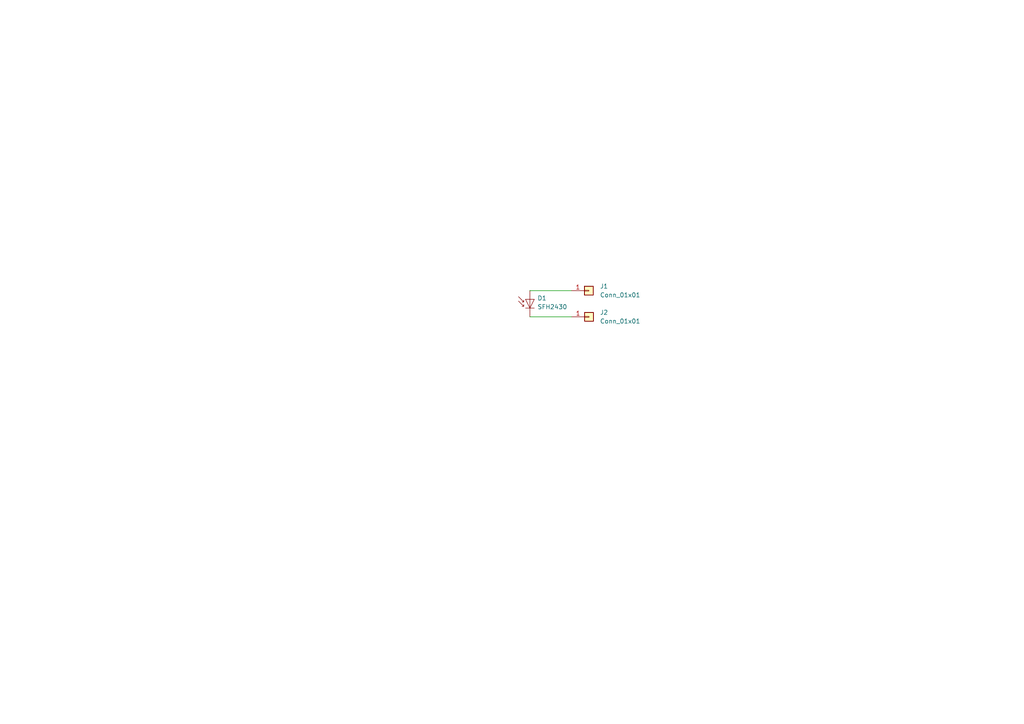
<source format=kicad_sch>
(kicad_sch (version 20230121) (generator eeschema)
  (paper "A4")
  (lib_symbols
    (symbol "Connector_Generic:Conn_01x01" (pin_names (offset 1.016) hide)
      (property "Reference" "J" (at 0 2.54 0))
      (property "Value" "Conn_01x01" (at 0 -2.54 0))
      (symbol "Conn_01x01_1_1"
        (rectangle (start -1.27 0.127) (end 0 -0.127) (stroke (width 0.1524)))
        (rectangle (start -1.27 1.27) (end 1.27 -1.27) (stroke (width 0.254)) (fill (type background)))
        (pin passive line (at -5.08 0 0) (length 3.81) (name "Pin_1") (number "1"))
      )
    )
    (symbol "Sensor_Optical:SFH2430" (pin_numbers hide) (pin_names (offset 1.016) hide)
      (property "Reference" "D" (at 0.508 1.778 0))
      (property "Value" "SFH2430" (at -1.016 -2.794 0))
      (symbol "SFH2430_0_1"
        (polyline (pts (xy -2.54 1.27) (xy -2.54 -1.27)) (stroke (width 0.1524)))
        (polyline (pts (xy -2.032 1.778) (xy -1.524 1.778)))
        (polyline (pts (xy 0 -1.27) (xy 0 1.27)))
        (polyline (pts (xy 0 0) (xy -2.54 0)))
        (polyline (pts (xy -0.508 3.302) (xy -2.032 1.778) (xy -2.032 2.286)))
        (polyline (pts (xy 0 1.27) (xy -2.54 0) (xy 0 -1.27)))
        (polyline (pts (xy 0.762 3.302) (xy -0.762 1.778) (xy -0.762 2.286) (xy -0.762 1.778) (xy -0.254 1.778)))
      )
      (symbol "SFH2430_1_1"
        (pin passive line (at -5.08 0 0) (length 2.54) (name "K") (number "1"))
        (pin passive line (at 2.54 0 180) (length 2.54) (name "A") (number "2"))
      )
    )
  )
  (wire (pts (xy 165.7604 91.8972) (xy 153.6954 91.8972)))
  (wire (pts (xy 153.6954 84.3026) (xy 165.7096 84.3026)))
  (wire (pts (xy 153.6954 84.2772) (xy 153.6954 84.3026)))
  (symbol (lib_id "Connector_Generic:Conn_01x01") (at 170.8404 91.8972 0) (unit 1)
    (property "Reference" "J2" (at 173.99 90.6272 0) (effects (justify left)))
    (property "Value" "Conn_01x01" (at 173.99 93.1672 0) (effects (justify left)))
    (property "Footprint" "adcs:castellated_05mm" (effects hide))
  )
  (symbol (lib_id "Sensor_Optical:SFH2430") (at 153.6954 86.8172 90) (unit 1)
    (property "Reference" "D1" (at 155.8544 86.4743 90) (effects (justify right)))
    (property "Value" "SFH2430" (at 155.8544 89.0143 90) (effects (justify right)))
    (property "Footprint" "OptoDevice:Osram_SFH2430" (effects hide))
    (property "Datasheet" "https://dammedia.osram.info/media/resource/hires/osram-dam-5467144/SFH%202430_EN.pdf" (effects hide))
  )
  (symbol (lib_id "Connector_Generic:Conn_01x01") (at 170.7896 84.3026 0) (unit 1)
    (property "Reference" "J1" (at 173.99 83.0326 0) (effects (justify left)))
    (property "Value" "Conn_01x01" (at 173.99 85.5726 0) (effects (justify left)))
    (property "Footprint" "adcs:castellated_05mm" (effects hide))
  )
)
</source>
